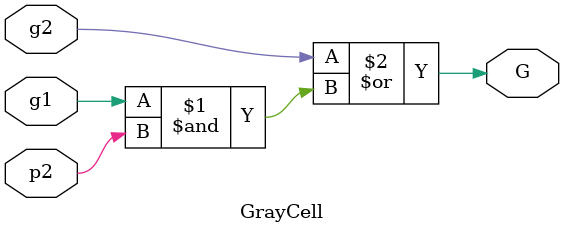
<source format=v>
`timescale 1ns / 1ps
module GrayCell(g2,p2,g1,G);

input  g1,g2,p2;
output G ;
assign G = g2 | (g1&p2);

endmodule

</source>
